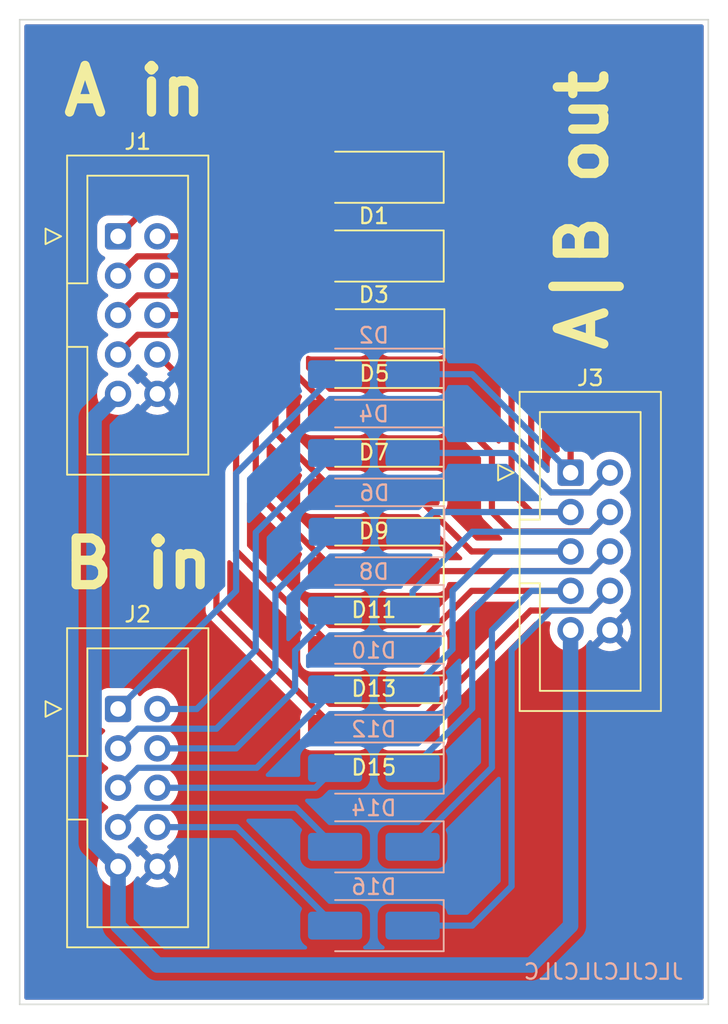
<source format=kicad_pcb>
(kicad_pcb (version 20221018) (generator pcbnew)
  (layers (0 "F.Cu" signal) (31 "B.Cu" signal) (34 "B.Paste" user) (35 "F.Paste" user) (36 "B.SilkS" user "B.Silkscreen") (37 "F.SilkS" user "F.Silkscreen") (38 "B.Mask" user) (39 "F.Mask" user) (44 "Edge.Cuts" user))
  (net 0 "")
  (net 1 "Net-(D1-K)")
  (net 2 "Net-(D1-A)")
  (net 3 "Net-(D2-A)")
  (net 4 "Net-(D3-K)")
  (net 5 "Net-(D3-A)")
  (net 6 "Net-(D4-A)")
  (net 7 "Net-(D5-K)")
  (net 8 "Net-(D5-A)")
  (net 9 "Net-(D6-A)")
  (net 10 "Net-(D7-K)")
  (net 11 "Net-(D7-A)")
  (net 12 "Net-(D8-A)")
  (net 13 "Net-(D10-K)")
  (net 14 "Net-(D9-A)")
  (net 15 "VCC")
  (net 16 "GND")
  (net 17 "Net-(D10-A)")
  (net 18 "Net-(D11-K)")
  (net 19 "Net-(D11-A)")
  (net 20 "Net-(D12-A)")
  (net 21 "Net-(D13-K)")
  (net 22 "Net-(D13-A)")
  (net 23 "Net-(D14-A)")
  (net 24 "Net-(D15-K)")
  (net 25 "Net-(D15-A)")
  (net 26 "Net-(D16-A)")
  (footprint "Connector_IDC:IDC-Header_2x05_P2.54mm_Vertical" (layer "F.Cu") (at 143.51 92.71)
    (fp_text reference "J3" (at 1.27 -6.1) (layer "F.SilkS"))
    (fp_text value "BHR-10-VUA")
    (fp_line (start -4.68 -0.5) (end -4.68 0.5) (stroke (width 0.12)) (layer "F.SilkS"))
    (fp_line (start -4.68 0.5) (end -3.68 0) (stroke (width 0.12)) (layer "F.SilkS"))
    (fp_line (start -3.68 0) (end -4.68 -0.5) (stroke (width 0.12)) (layer "F.SilkS"))
    (fp_line (start -3.29 -5.21) (end 5.83 -5.21) (stroke (width 0.12)) (layer "F.SilkS"))
    (fp_line (start -3.29 3.03) (end -1.98 3.03) (stroke (width 0.12)) (layer "F.SilkS"))
    (fp_line (start -3.29 15.37) (end -3.29 -5.21) (stroke (width 0.12)) (layer "F.SilkS"))
    (fp_line (start -1.98 -3.91) (end 4.52 -3.91) (stroke (width 0.12)) (layer "F.SilkS"))
    (fp_line (start -1.98 3.03) (end -1.98 -3.91) (stroke (width 0.12)) (layer "F.SilkS"))
    (fp_line (start -1.98 7.13) (end -3.29 7.13) (stroke (width 0.12)) (layer "F.SilkS"))
    (fp_line (start -1.98 7.13) (end -1.98 7.13) (stroke (width 0.12)) (layer "F.SilkS"))
    (fp_line (start -1.98 14.07) (end -1.98 7.13) (stroke (width 0.12)) (layer "F.SilkS"))
    (fp_line (start 4.52 -3.91) (end 4.52 14.07) (stroke (width 0.12)) (layer "F.SilkS"))
    (fp_line (start 4.52 14.07) (end -1.98 14.07) (stroke (width 0.12)) (layer "F.SilkS"))
    (fp_line (start 5.83 -5.21) (end 5.83 15.37) (stroke (width 0.12)) (layer "F.SilkS"))
    (fp_line (start 5.83 15.37) (end -3.29 15.37) (stroke (width 0.12)) (layer "F.SilkS"))
    (pad "1" thru_hole roundrect (at 0 0) (size 1.7 1.7) (drill 1) (layers "*.Cu" "*.Mask") (roundrect_rratio 0.147059) (net 1 "Net-(D1-K)"))
    (pad "2" thru_hole circle (at 2.54 0) (size 1.7 1.7) (drill 1) (layers "*.Cu" "*.Mask") (net 4 "Net-(D3-K)"))
    (pad "3" thru_hole circle (at 0 2.54) (size 1.7 1.7) (drill 1) (layers "*.Cu" "*.Mask") (net 7 "Net-(D5-K)"))
    (pad "4" thru_hole circle (at 2.54 2.54) (size 1.7 1.7) (drill 1) (layers "*.Cu" "*.Mask") (net 10 "Net-(D7-K)"))
    (pad "5" thru_hole circle (at 0 5.08) (size 1.7 1.7) (drill 1) (layers "*.Cu" "*.Mask") (net 13 "Net-(D10-K)"))
    (pad "6" thru_hole circle (at 2.54 5.08) (size 1.7 1.7) (drill 1) (layers "*.Cu" "*.Mask") (net 18 "Net-(D11-K)"))
    (pad "7" thru_hole circle (at 0 7.62) (size 1.7 1.7) (drill 1) (layers "*.Cu" "*.Mask") (net 21 "Net-(D13-K)"))
    (pad "8" thru_hole circle (at 2.54 7.62) (size 1.7 1.7) (drill 1) (layers "*.Cu" "*.Mask") (net 24 "Net-(D15-K)"))
    (pad "9" thru_hole circle (at 0 10.16) (size 1.7 1.7) (drill 1) (layers "*.Cu" "*.Mask") (net 15 "VCC"))
    (pad "10" thru_hole circle (at 2.54 10.16) (size 1.7 1.7) (drill 1) (layers "*.Cu" "*.Mask") (net 16 "GND"))
  )
  (footprint "Connector_IDC:IDC-Header_2x05_P2.54mm_Vertical" (layer "F.Cu") (at 114.3 107.95)
    (fp_text reference "J2" (at 1.27 -6.1) (layer "F.SilkS"))
    (fp_text value "BHR-10-VUA" hide)
    (fp_line (start -4.68 -0.5) (end -4.68 0.5) (stroke (width 0.12)) (layer "F.SilkS"))
    (fp_line (start -4.68 0.5) (end -3.68 0) (stroke (width 0.12)) (layer "F.SilkS"))
    (fp_line (start -3.68 0) (end -4.68 -0.5) (stroke (width 0.12)) (layer "F.SilkS"))
    (fp_line (start -3.29 -5.21) (end 5.83 -5.21) (stroke (width 0.12)) (layer "F.SilkS"))
    (fp_line (start -3.29 3.03) (end -1.98 3.03) (stroke (width 0.12)) (layer "F.SilkS"))
    (fp_line (start -3.29 15.37) (end -3.29 -5.21) (stroke (width 0.12)) (layer "F.SilkS"))
    (fp_line (start -1.98 -3.91) (end 4.52 -3.91) (stroke (width 0.12)) (layer "F.SilkS"))
    (fp_line (start -1.98 3.03) (end -1.98 -3.91) (stroke (width 0.12)) (layer "F.SilkS"))
    (fp_line (start -1.98 7.13) (end -3.29 7.13) (stroke (width 0.12)) (layer "F.SilkS"))
    (fp_line (start -1.98 7.13) (end -1.98 7.13) (stroke (width 0.12)) (layer "F.SilkS"))
    (fp_line (start -1.98 14.07) (end -1.98 7.13) (stroke (width 0.12)) (layer "F.SilkS"))
    (fp_line (start 4.52 -3.91) (end 4.52 14.07) (stroke (width 0.12)) (layer "F.SilkS"))
    (fp_line (start 4.52 14.07) (end -1.98 14.07) (stroke (width 0.12)) (layer "F.SilkS"))
    (fp_line (start 5.83 -5.21) (end 5.83 15.37) (stroke (width 0.12)) (layer "F.SilkS"))
    (fp_line (start 5.83 15.37) (end -3.29 15.37) (stroke (width 0.12)) (layer "F.SilkS"))
    (pad "1" thru_hole roundrect (at 0 0) (size 1.7 1.7) (drill 1) (layers "*.Cu" "*.Mask") (roundrect_rratio 0.147059) (net 3 "Net-(D2-A)"))
    (pad "2" thru_hole circle (at 2.54 0) (size 1.7 1.7) (drill 1) (layers "*.Cu" "*.Mask") (net 6 "Net-(D4-A)"))
    (pad "3" thru_hole circle (at 0 2.54) (size 1.7 1.7) (drill 1) (layers "*.Cu" "*.Mask") (net 9 "Net-(D6-A)"))
    (pad "4" thru_hole circle (at 2.54 2.54) (size 1.7 1.7) (drill 1) (layers "*.Cu" "*.Mask") (net 12 "Net-(D8-A)"))
    (pad "5" thru_hole circle (at 0 5.08) (size 1.7 1.7) (drill 1) (layers "*.Cu" "*.Mask") (net 17 "Net-(D10-A)"))
    (pad "6" thru_hole circle (at 2.54 5.08) (size 1.7 1.7) (drill 1) (layers "*.Cu" "*.Mask") (net 20 "Net-(D12-A)"))
    (pad "7" thru_hole circle (at 0 7.62) (size 1.7 1.7) (drill 1) (layers "*.Cu" "*.Mask") (net 23 "Net-(D14-A)"))
    (pad "8" thru_hole circle (at 2.54 7.62) (size 1.7 1.7) (drill 1) (layers "*.Cu" "*.Mask") (net 26 "Net-(D16-A)"))
    (pad "9" thru_hole circle (at 0 10.16) (size 1.7 1.7) (drill 1) (layers "*.Cu" "*.Mask") (net 15 "VCC"))
    (pad "10" thru_hole circle (at 2.54 10.16) (size 1.7 1.7) (drill 1) (layers "*.Cu" "*.Mask") (net 16 "GND"))
  )
  (footprint "Diode_SMD:D_SMA_Handsoldering" (layer "F.Cu") (at 130.85 83.82 180)
    (fp_text reference "D5" (at 0 -2.5) (layer "F.SilkS"))
    (fp_text value "~")
    (fp_line (start -4.51 -1.65) (end -4.51 1.65) (stroke (width 0.12)) (layer "F.SilkS"))
    (fp_line (start -4.51 -1.65) (end 2.5 -1.65) (stroke (width 0.12)) (layer "F.SilkS"))
    (fp_line (start -4.51 1.65) (end 2.5 1.65) (stroke (width 0.12)) (layer "F.SilkS"))
    (pad "1" smd roundrect (at -2.5 0 180) (size 3.5 1.8) (layers "F.Cu" "F.Paste" "F.Mask") (roundrect_rratio 0.1388888889) (net 7 "Net-(D5-K)"))
    (pad "2" smd roundrect (at 2.5 0 180) (size 3.5 1.8) (layers "F.Cu" "F.Paste" "F.Mask") (roundrect_rratio 0.1388888889) (net 8 "Net-(D5-A)"))
  )
  (footprint "Diode_SMD:D_SMA_Handsoldering" (layer "F.Cu") (at 130.81 99.06 180)
    (fp_text reference "D11" (at 0 -2.5) (layer "F.SilkS"))
    (fp_text value "~")
    (fp_line (start -4.51 -1.65) (end -4.51 1.65) (stroke (width 0.12)) (layer "F.SilkS"))
    (fp_line (start -4.51 -1.65) (end 2.5 -1.65) (stroke (width 0.12)) (layer "F.SilkS"))
    (fp_line (start -4.51 1.65) (end 2.5 1.65) (stroke (width 0.12)) (layer "F.SilkS"))
    (pad "1" smd roundrect (at -2.5 0 180) (size 3.5 1.8) (layers "F.Cu" "F.Paste" "F.Mask") (roundrect_rratio 0.1388888889) (net 18 "Net-(D11-K)"))
    (pad "2" smd roundrect (at 2.5 0 180) (size 3.5 1.8) (layers "F.Cu" "F.Paste" "F.Mask") (roundrect_rratio 0.1388888889) (net 19 "Net-(D11-A)"))
  )
  (footprint "Diode_SMD:D_SMA_Handsoldering" (layer "F.Cu") (at 130.81 109.22 180)
    (fp_text reference "D15" (at 0 -2.5) (layer "F.SilkS"))
    (fp_text value "~")
    (fp_line (start -4.51 -1.65) (end -4.51 1.65) (stroke (width 0.12)) (layer "F.SilkS"))
    (fp_line (start -4.51 -1.65) (end 2.5 -1.65) (stroke (width 0.12)) (layer "F.SilkS"))
    (fp_line (start -4.51 1.65) (end 2.5 1.65) (stroke (width 0.12)) (layer "F.SilkS"))
    (pad "1" smd roundrect (at -2.5 0 180) (size 3.5 1.8) (layers "F.Cu" "F.Paste" "F.Mask") (roundrect_rratio 0.1388888889) (net 24 "Net-(D15-K)"))
    (pad "2" smd roundrect (at 2.5 0 180) (size 3.5 1.8) (layers "F.Cu" "F.Paste" "F.Mask") (roundrect_rratio 0.1388888889) (net 25 "Net-(D15-A)"))
  )
  (footprint "Diode_SMD:D_SMA_Handsoldering" (layer "F.Cu") (at 130.81 78.74 180)
    (fp_text reference "D3" (at 0 -2.5) (layer "F.SilkS"))
    (fp_text value "~")
    (fp_line (start -4.51 -1.65) (end -4.51 1.65) (stroke (width 0.12)) (layer "F.SilkS"))
    (fp_line (start -4.51 -1.65) (end 2.5 -1.65) (stroke (width 0.12)) (layer "F.SilkS"))
    (fp_line (start -4.51 1.65) (end 2.5 1.65) (stroke (width 0.12)) (layer "F.SilkS"))
    (pad "1" smd roundrect (at -2.5 0 180) (size 3.5 1.8) (layers "F.Cu" "F.Paste" "F.Mask") (roundrect_rratio 0.1388888889) (net 4 "Net-(D3-K)"))
    (pad "2" smd roundrect (at 2.5 0 180) (size 3.5 1.8) (layers "F.Cu" "F.Paste" "F.Mask") (roundrect_rratio 0.1388888889) (net 5 "Net-(D3-A)"))
  )
  (footprint "Connector_IDC:IDC-Header_2x05_P2.54mm_Vertical" (layer "F.Cu") (at 114.3 77.47)
    (fp_text reference "J1" (at 1.27 -6.1) (layer "F.SilkS"))
    (fp_text value "BHR-10-VUA" hide)
    (fp_line (start -4.68 -0.5) (end -4.68 0.5) (stroke (width 0.12)) (layer "F.SilkS"))
    (fp_line (start -4.68 0.5) (end -3.68 0) (stroke (width 0.12)) (layer "F.SilkS"))
    (fp_line (start -3.68 0) (end -4.68 -0.5) (stroke (width 0.12)) (layer "F.SilkS"))
    (fp_line (start -3.29 -5.21) (end 5.83 -5.21) (stroke (width 0.12)) (layer "F.SilkS"))
    (fp_line (start -3.29 3.03) (end -1.98 3.03) (stroke (width 0.12)) (layer "F.SilkS"))
    (fp_line (start -3.29 15.37) (end -3.29 -5.21) (stroke (width 0.12)) (layer "F.SilkS"))
    (fp_line (start -1.98 -3.91) (end 4.52 -3.91) (stroke (width 0.12)) (layer "F.SilkS"))
    (fp_line (start -1.98 3.03) (end -1.98 -3.91) (stroke (width 0.12)) (layer "F.SilkS"))
    (fp_line (start -1.98 7.13) (end -3.29 7.13) (stroke (width 0.12)) (layer "F.SilkS"))
    (fp_line (start -1.98 7.13) (end -1.98 7.13) (stroke (width 0.12)) (layer "F.SilkS"))
    (fp_line (start -1.98 14.07) (end -1.98 7.13) (stroke (width 0.12)) (layer "F.SilkS"))
    (fp_line (start 4.52 -3.91) (end 4.52 14.07) (stroke (width 0.12)) (layer "F.SilkS"))
    (fp_line (start 4.52 14.07) (end -1.98 14.07) (stroke (width 0.12)) (layer "F.SilkS"))
    (fp_line (start 5.83 -5.21) (end 5.83 15.37) (stroke (width 0.12)) (layer "F.SilkS"))
    (fp_line (start 5.83 15.37) (end -3.29 15.37) (stroke (width 0.12)) (layer "F.SilkS"))
    (pad "1" thru_hole roundrect (at 0 0) (size 1.7 1.7) (drill 1) (layers "*.Cu" "*.Mask") (roundrect_rratio 0.147059) (net 2 "Net-(D1-A)"))
    (pad "2" thru_hole circle (at 2.54 0) (size 1.7 1.7) (drill 1) (layers "*.Cu" "*.Mask") (net 5 "Net-(D3-A)"))
    (pad "3" thru_hole circle (at 0 2.54) (size 1.7 1.7) (drill 1) (layers "*.Cu" "*.Mask") (net 8 "Net-(D5-A)"))
    (pad "4" thru_hole circle (at 2.54 2.54) (size 1.7 1.7) (drill 1) (layers "*.Cu" "*.Mask") (net 11 "Net-(D7-A)"))
    (pad "5" thru_hole circle (at 0 5.08) (size 1.7 1.7) (drill 1) (layers "*.Cu" "*.Mask") (net 14 "Net-(D9-A)"))
    (pad "6" thru_hole circle (at 2.54 5.08) (size 1.7 1.7) (drill 1) (layers "*.Cu" "*.Mask") (net 19 "Net-(D11-A)"))
    (pad "7" thru_hole circle (at 0 7.62) (size 1.7 1.7) (drill 1) (layers "*.Cu" "*.Mask") (net 22 "Net-(D13-A)"))
    (pad "8" thru_hole circle (at 2.54 7.62) (size 1.7 1.7) (drill 1) (layers "*.Cu" "*.Mask") (net 25 "Net-(D15-A)"))
    (pad "9" thru_hole circle (at 0 10.16) (size 1.7 1.7) (drill 1) (layers "*.Cu" "*.Mask") (net 15 "VCC"))
    (pad "10" thru_hole circle (at 2.54 10.16) (size 1.7 1.7) (drill 1) (layers "*.Cu" "*.Mask") (net 16 "GND"))
  )
  (footprint "Diode_SMD:D_SMA_Handsoldering" (layer "F.Cu") (at 130.81 73.66 180)
    (fp_text reference "D1" (at 0 -2.5) (layer "F.SilkS"))
    (fp_text value "~")
    (fp_line (start -4.51 -1.65) (end -4.51 1.65) (stroke (width 0.12)) (layer "F.SilkS"))
    (fp_line (start -4.51 -1.65) (end 2.5 -1.65) (stroke (width 0.12)) (layer "F.SilkS"))
    (fp_line (start -4.51 1.65) (end 2.5 1.65) (stroke (width 0.12)) (layer "F.SilkS"))
    (pad "1" smd roundrect (at -2.5 0 180) (size 3.5 1.8) (layers "F.Cu" "F.Paste" "F.Mask") (roundrect_rratio 0.1388888889) (net 1 "Net-(D1-K)"))
    (pad "2" smd roundrect (at 2.5 0 180) (size 3.5 1.8) (layers "F.Cu" "F.Paste" "F.Mask") (roundrect_rratio 0.1388888889) (net 2 "Net-(D1-A)"))
  )
  (footprint "Diode_SMD:D_SMA_Handsoldering" (layer "F.Cu") (at 130.81 104.14 180)
    (fp_text reference "D13" (at 0 -2.5) (layer "F.SilkS"))
    (fp_text value "~")
    (fp_line (start -4.51 -1.65) (end -4.51 1.65) (stroke (width 0.12)) (layer "F.SilkS"))
    (fp_line (start -4.51 -1.65) (end 2.5 -1.65) (stroke (width 0.12)) (layer "F.SilkS"))
    (fp_line (start -4.51 1.65) (end 2.5 1.65) (stroke (width 0.12)) (layer "F.SilkS"))
    (pad "1" smd roundrect (at -2.5 0 180) (size 3.5 1.8) (layers "F.Cu" "F.Paste" "F.Mask") (roundrect_rratio 0.1388888889) (net 21 "Net-(D13-K)"))
    (pad "2" smd roundrect (at 2.5 0 180) (size 3.5 1.8) (layers "F.Cu" "F.Paste" "F.Mask") (roundrect_rratio 0.1388888889) (net 22 "Net-(D13-A)"))
  )
  (footprint "Diode_SMD:D_SMA_Handsoldering" (layer "F.Cu") (at 130.81 93.98 180)
    (fp_text reference "D9" (at 0 -2.5) (layer "F.SilkS"))
    (fp_text value "~")
    (fp_line (start -4.51 -1.65) (end -4.51 1.65) (stroke (width 0.12)) (layer "F.SilkS"))
    (fp_line (start -4.51 -1.65) (end 2.5 -1.65) (stroke (width 0.12)) (layer "F.SilkS"))
    (fp_line (start -4.51 1.65) (end 2.5 1.65) (stroke (width 0.12)) (layer "F.SilkS"))
    (pad "1" smd roundrect (at -2.5 0 180) (size 3.5 1.8) (layers "F.Cu" "F.Paste" "F.Mask") (roundrect_rratio 0.1388888889) (net 13 "Net-(D10-K)"))
    (pad "2" smd roundrect (at 2.5 0 180) (size 3.5 1.8) (layers "F.Cu" "F.Paste" "F.Mask") (roundrect_rratio 0.1388888889) (net 14 "Net-(D9-A)"))
  )
  (footprint "Diode_SMD:D_SMA_Handsoldering" (layer "F.Cu") (at 130.81 88.9 180)
    (fp_text reference "D7" (at 0 -2.5) (layer "F.SilkS"))
    (fp_text value "~")
    (fp_line (start -4.51 -1.65) (end -4.51 1.65) (stroke (width 0.12)) (layer "F.SilkS"))
    (fp_line (start -4.51 -1.65) (end 2.5 -1.65) (stroke (width 0.12)) (layer "F.SilkS"))
    (fp_line (start -4.51 1.65) (end 2.5 1.65) (stroke (width 0.12)) (layer "F.SilkS"))
    (pad "1" smd roundrect (at -2.5 0 180) (size 3.5 1.8) (layers "F.Cu" "F.Paste" "F.Mask") (roundrect_rratio 0.1388888889) (net 10 "Net-(D7-K)"))
    (pad "2" smd roundrect (at 2.5 0 180) (size 3.5 1.8) (layers "F.Cu" "F.Paste" "F.Mask") (roundrect_rratio 0.1388888889) (net 11 "Net-(D7-A)"))
  )
  (footprint "Diode_SMD:D_SMA_Handsoldering" (layer "B.Cu") (at 130.81 86.36 180)
    (fp_text reference "D2" (at 0 2.5) (layer "B.SilkS") (effects (justify mirror)))
    (fp_text value "~")
    (fp_line (start -4.51 -1.65) (end 2.5 -1.65) (stroke (width 0.12)) (layer "B.SilkS"))
    (fp_line (start -4.51 1.65) (end -4.51 -1.65) (stroke (width 0.12)) (layer "B.SilkS"))
    (fp_line (start -4.51 1.65) (end 2.5 1.65) (stroke (width 0.12)) (layer "B.SilkS"))
    (pad "1" smd roundrect (at -2.5 0 180) (size 3.5 1.8) (layers "B.Cu" "B.Paste" "B.Mask") (roundrect_rratio 0.1388888889) (net 1 "Net-(D1-K)"))
    (pad "2" smd roundrect (at 2.5 0 180) (size 3.5 1.8) (layers "B.Cu" "B.Paste" "B.Mask") (roundrect_rratio 0.1388888889) (net 3 "Net-(D2-A)"))
  )
  (footprint "Diode_SMD:D_SMA_Handsoldering" (layer "B.Cu") (at 130.81 101.6 180)
    (fp_text reference "D8" (at 0 2.5) (layer "B.SilkS") (effects (justify mirror)))
    (fp_text value "~")
    (fp_line (start -4.51 -1.65) (end 2.5 -1.65) (stroke (width 0.12)) (layer "B.SilkS"))
    (fp_line (start -4.51 1.65) (end -4.51 -1.65) (stroke (width 0.12)) (layer "B.SilkS"))
    (fp_line (start -4.51 1.65) (end 2.5 1.65) (stroke (width 0.12)) (layer "B.SilkS"))
    (pad "1" smd roundrect (at -2.5 0 180) (size 3.5 1.8) (layers "B.Cu" "B.Paste" "B.Mask") (roundrect_rratio 0.1388888889) (net 10 "Net-(D7-K)"))
    (pad "2" smd roundrect (at 2.5 0 180) (size 3.5 1.8) (layers "B.Cu" "B.Paste" "B.Mask") (roundrect_rratio 0.1388888889) (net 12 "Net-(D8-A)"))
  )
  (footprint "Diode_SMD:D_SMA_Handsoldering" (layer "B.Cu") (at 130.81 91.44 180)
    (fp_text reference "D4" (at 0 2.5) (layer "B.SilkS") (effects (justify mirror)))
    (fp_text value "~")
    (fp_line (start -4.51 -1.65) (end 2.5 -1.65) (stroke (width 0.12)) (layer "B.SilkS"))
    (fp_line (start -4.51 1.65) (end -4.51 -1.65) (stroke (width 0.12)) (layer "B.SilkS"))
    (fp_line (start -4.51 1.65) (end 2.5 1.65) (stroke (width 0.12)) (layer "B.SilkS"))
    (pad "1" smd roundrect (at -2.5 0 180) (size 3.5 1.8) (layers "B.Cu" "B.Paste" "B.Mask") (roundrect_rratio 0.1388888889) (net 4 "Net-(D3-K)"))
    (pad "2" smd roundrect (at 2.5 0 180) (size 3.5 1.8) (layers "B.Cu" "B.Paste" "B.Mask") (roundrect_rratio 0.1388888889) (net 6 "Net-(D4-A)"))
  )
  (footprint "Diode_SMD:D_SMA_Handsoldering" (layer "B.Cu") (at 130.81 121.92 180)
    (fp_text reference "D16" (at 0 2.5) (layer "B.SilkS") (effects (justify mirror)))
    (fp_text value "~")
    (fp_line (start -4.51 -1.65) (end 2.5 -1.65) (stroke (width 0.12)) (layer "B.SilkS"))
    (fp_line (start -4.51 1.65) (end -4.51 -1.65) (stroke (width 0.12)) (layer "B.SilkS"))
    (fp_line (start -4.51 1.65) (end 2.5 1.65) (stroke (width 0.12)) (layer "B.SilkS"))
    (pad "1" smd roundrect (at -2.5 0 180) (size 3.5 1.8) (layers "B.Cu" "B.Paste" "B.Mask") (roundrect_rratio 0.1388888889) (net 24 "Net-(D15-K)"))
    (pad "2" smd roundrect (at 2.5 0 180) (size 3.5 1.8) (layers "B.Cu" "B.Paste" "B.Mask") (roundrect_rratio 0.1388888889) (net 26 "Net-(D16-A)"))
  )
  (footprint "Diode_SMD:D_SMA_Handsoldering" (layer "B.Cu") (at 130.81 116.84 180)
    (fp_text reference "D14" (at 0 2.5) (layer "B.SilkS") (effects (justify mirror)))
    (fp_text value "~")
    (fp_line (start -4.51 -1.65) (end 2.5 -1.65) (stroke (width 0.12)) (layer "B.SilkS"))
    (fp_line (start -4.51 1.65) (end -4.51 -1.65) (stroke (width 0.12)) (layer "B.SilkS"))
    (fp_line (start -4.51 1.65) (end 2.5 1.65) (stroke (width 0.12)) (layer "B.SilkS"))
    (pad "1" smd roundrect (at -2.5 0 180) (size 3.5 1.8) (layers "B.Cu" "B.Paste" "B.Mask") (roundrect_rratio 0.1388888889) (net 21 "Net-(D13-K)"))
    (pad "2" smd roundrect (at 2.5 0 180) (size 3.5 1.8) (layers "B.Cu" "B.Paste" "B.Mask") (roundrect_rratio 0.1388888889) (net 23 "Net-(D14-A)"))
  )
  (footprint "Diode_SMD:D_SMA_Handsoldering" (layer "B.Cu") (at 130.85 96.52 180)
    (fp_text reference "D6" (at 0 2.5) (layer "B.SilkS") (effects (justify mirror)))
    (fp_text value "~")
    (fp_line (start -4.51 -1.65) (end 2.5 -1.65) (stroke (width 0.12)) (layer "B.SilkS"))
    (fp_line (start -4.51 1.65) (end -4.51 -1.65) (stroke (width 0.12)) (layer "B.SilkS"))
    (fp_line (start -4.51 1.65) (end 2.5 1.65) (stroke (width 0.12)) (layer "B.SilkS"))
    (pad "1" smd roundrect (at -2.5 0 180) (size 3.5 1.8) (layers "B.Cu" "B.Paste" "B.Mask") (roundrect_rratio 0.1388888889) (net 7 "Net-(D5-K)"))
    (pad "2" smd roundrect (at 2.5 0 180) (size 3.5 1.8) (layers "B.Cu" "B.Paste" "B.Mask") (roundrect_rratio 0.1388888889) (net 9 "Net-(D6-A)"))
  )
  (footprint "Diode_SMD:D_SMA_Handsoldering" (layer "B.Cu") (at 130.81 106.68 180)
    (fp_text reference "D10" (at 0 2.5) (layer "B.SilkS") (effects (justify mirror)))
    (fp_text value "~")
    (fp_line (start -4.51 -1.65) (end 2.5 -1.65) (stroke (width 0.12)) (layer "B.SilkS"))
    (fp_line (start -4.51 1.65) (end -4.51 -1.65) (stroke (width 0.12)) (layer "B.SilkS"))
    (fp_line (start -4.51 1.65) (end 2.5 1.65) (stroke (width 0.12)) (layer "B.SilkS"))
    (pad "1" smd roundrect (at -2.5 0 180) (size 3.5 1.8) (layers "B.Cu" "B.Paste" "B.Mask") (roundrect_rratio 0.1388888889) (net 13 "Net-(D10-K)"))
    (pad "2" smd roundrect (at 2.5 0 180) (size 3.5 1.8) (layers "B.Cu" "B.Paste" "B.Mask") (roundrect_rratio 0.1388888889) (net 17 "Net-(D10-A)"))
  )
  (footprint "Diode_SMD:D_SMA_Handsoldering" (layer "B.Cu") (at 130.81 111.76 180)
    (fp_text reference "D12" (at 0 2.5) (layer "B.SilkS") (effects (justify mirror)))
    (fp_text value "~")
    (fp_line (start -4.51 -1.65) (end 2.5 -1.65) (stroke (width 0.12)) (layer "B.SilkS"))
    (fp_line (start -4.51 1.65) (end -4.51 -1.65) (stroke (width 0.12)) (layer "B.SilkS"))
    (fp_line (start -4.51 1.65) (end 2.5 1.65) (stroke (width 0.12)) (layer "B.SilkS"))
    (pad "1" smd roundrect (at -2.5 0 180) (size 3.5 1.8) (layers "B.Cu" "B.Paste" "B.Mask") (roundrect_rratio 0.1388888889) (net 18 "Net-(D11-K)"))
    (pad "2" smd roundrect (at 2.5 0 180) (size 3.5 1.8) (layers "B.Cu" "B.Paste" "B.Mask") (roundrect_rratio 0.1388888889) (net 20 "Net-(D12-A)"))
  )
  (gr_line (start 152.4 127) (end 107.95 127) (stroke (width 0.1)) (layer "Edge.Cuts"))
  (gr_line (start 107.95 63.5) (end 152.4 63.5) (stroke (width 0.1)) (layer "Edge.Cuts"))
  (gr_line (start 107.95 127) (end 107.95 63.5) (stroke (width 0.1)) (layer "Edge.Cuts"))
  (gr_line (start 152.4 63.5) (end 152.4 127) (stroke (width 0.1)) (layer "Edge.Cuts"))
  (gr_text "JLCJLCJLCJLC" (at 150.876 125.476) (layer "B.SilkS") (effects (font (size 1 1)) (justify left bottom mirror)))
  (gr_text "A in" (at 110.49 69.85) (layer "F.SilkS") (effects (font (size 3 3) (thickness 0.6) bold) (justify left bottom)))
  (gr_text "B in" (at 110.49 100.33) (layer "F.SilkS") (effects (font (size 3 3) (thickness 0.6) bold) (justify left bottom)))
  (gr_text "A|B out" (at 146.05 85.09 90) (layer "F.SilkS") (effects (font (size 3 3) (thickness 0.6) bold) (justify left bottom)))
  (segment (start 143.51 76.2) (end 143.51 92.71) (width 0.4) (layer "F.Cu") (net 1))
  (segment (start 133.31 73.66) (end 140.97 73.66) (width 0.4) (layer "F.Cu") (net 1))
  (segment (start 140.97 73.66) (end 143.51 76.2) (width 0.4) (layer "F.Cu") (net 1))
  (segment (start 137.16 86.36) (end 143.51 92.71) (width 0.4) (layer "B.Cu") (net 1))
  (segment (start 133.31 86.36) (end 137.16 86.36) (width 0.4) (layer "B.Cu") (net 1))
  (segment (start 114.3 77.47) (end 118.11 73.66) (width 0.4) (layer "F.Cu") (net 2))
  (segment (start 118.11 73.66) (end 128.31 73.66) (width 0.4) (layer "F.Cu") (net 2))
  (segment (start 114.3 107.95) (end 121.92 100.33) (width 0.4) (layer "B.Cu") (net 3))
  (segment (start 121.92 92.75) (end 128.31 86.36) (width 0.4) (layer "B.Cu") (net 3))
  (segment (start 121.92 100.33) (end 121.92 92.75) (width 0.4) (layer "B.Cu") (net 3))
  (segment (start 133.31 78.74) (end 138.43 78.74) (width 0.4) (layer "F.Cu") (net 4))
  (segment (start 140.97 92.71) (end 142.24 93.98) (width 0.4) (layer "F.Cu") (net 4))
  (segment (start 144.78 93.98) (end 146.05 92.71) (width 0.4) (layer "F.Cu") (net 4))
  (segment (start 142.24 93.98) (end 144.78 93.98) (width 0.4) (layer "F.Cu") (net 4))
  (segment (start 140.97 81.28) (end 140.97 92.71) (width 0.4) (layer "F.Cu") (net 4))
  (segment (start 138.43 78.74) (end 140.97 81.28) (width 0.4) (layer "F.Cu") (net 4))
  (segment (start 142.24 93.98) (end 144.78 93.98) (width 0.4) (layer "B.Cu") (net 4))
  (segment (start 144.78 93.98) (end 146.05 92.71) (width 0.4) (layer "B.Cu") (net 4))
  (segment (start 133.31 91.44) (end 139.7 91.44) (width 0.4) (layer "B.Cu") (net 4))
  (segment (start 139.7 91.44) (end 142.24 93.98) (width 0.4) (layer "B.Cu") (net 4))
  (segment (start 127.04 77.47) (end 128.31 78.74) (width 0.4) (layer "F.Cu") (net 5))
  (segment (start 116.84 77.47) (end 127.04 77.47) (width 0.4) (layer "F.Cu") (net 5))
  (segment (start 119.38 107.95) (end 123.19 104.14) (width 0.4) (layer "B.Cu") (net 6))
  (segment (start 123.19 96.56) (end 128.31 91.44) (width 0.4) (layer "B.Cu") (net 6))
  (segment (start 123.19 104.14) (end 123.19 96.56) (width 0.4) (layer "B.Cu") (net 6))
  (segment (start 116.84 107.95) (end 119.38 107.95) (width 0.4) (layer "B.Cu") (net 6))
  (segment (start 133.35 83.82) (end 137.16 83.82) (width 0.4) (layer "F.Cu") (net 7))
  (segment (start 137.16 83.82) (end 139.7 86.36) (width 0.4) (layer "F.Cu") (net 7))
  (segment (start 139.7 86.36) (end 139.7 93.98) (width 0.4) (layer "F.Cu") (net 7))
  (segment (start 139.7 93.98) (end 140.97 95.25) (width 0.4) (layer "F.Cu") (net 7))
  (segment (start 140.97 95.25) (end 143.51 95.25) (width 0.4) (layer "F.Cu") (net 7))
  (segment (start 134.62 95.25) (end 143.51 95.25) (width 0.4) (layer "B.Cu") (net 7))
  (segment (start 133.35 96.52) (end 134.62 95.25) (width 0.4) (layer "B.Cu") (net 7))
  (segment (start 125.81 81.28) (end 128.35 83.82) (width 0.4) (layer "F.Cu") (net 8))
  (segment (start 125.73 81.28) (end 125.81 81.28) (width 0.4) (layer "F.Cu") (net 8))
  (segment (start 115.55 78.76) (end 123.21 78.76) (width 0.4) (layer "F.Cu") (net 8))
  (segment (start 123.21 78.76) (end 125.73 81.28) (width 0.4) (layer "F.Cu") (net 8))
  (segment (start 114.3 80.01) (end 115.55 78.76) (width 0.4) (layer "F.Cu") (net 8))
  (segment (start 114.3 110.49) (end 115.57 109.22) (width 0.4) (layer "B.Cu") (net 9))
  (segment (start 115.57 109.22) (end 120.65 109.22) (width 0.4) (layer "B.Cu") (net 9))
  (segment (start 120.65 109.22) (end 124.46 105.41) (width 0.4) (layer "B.Cu") (net 9))
  (segment (start 124.46 100.41) (end 128.35 96.52) (width 0.4) (layer "B.Cu") (net 9))
  (segment (start 124.46 105.41) (end 124.46 100.41) (width 0.4) (layer "B.Cu") (net 9))
  (segment (start 133.31 88.9) (end 135.89 88.9) (width 0.4) (layer "F.Cu") (net 10))
  (segment (start 135.89 88.9) (end 138.43 91.44) (width 0.4) (layer "F.Cu") (net 10))
  (segment (start 139.68 96.5) (end 144.8 96.5) (width 0.4) (layer "F.Cu") (net 10))
  (segment (start 138.43 95.25) (end 139.68 96.5) (width 0.4) (layer "F.Cu") (net 10))
  (segment (start 144.8 96.5) (end 146.05 95.25) (width 0.4) (layer "F.Cu") (net 10))
  (segment (start 138.43 91.44) (end 138.43 95.25) (width 0.4) (layer "F.Cu") (net 10))
  (segment (start 133.31 100.37) (end 133.31 101.6) (width 0.4) (layer "B.Cu") (net 10))
  (segment (start 137.16 96.52) (end 133.31 100.37) (width 0.4) (layer "B.Cu") (net 10))
  (segment (start 146.05 95.25) (end 144.78 96.52) (width 0.4) (layer "B.Cu") (net 10))
  (segment (start 144.78 96.52) (end 137.16 96.52) (width 0.4) (layer "B.Cu") (net 10))
  (segment (start 125.73 83.82) (end 125.73 86.32) (width 0.4) (layer "F.Cu") (net 11))
  (segment (start 121.92 80.01) (end 125.73 83.82) (width 0.4) (layer "F.Cu") (net 11))
  (segment (start 116.84 80.01) (end 121.92 80.01) (width 0.4) (layer "F.Cu") (net 11))
  (segment (start 125.73 86.32) (end 128.31 88.9) (width 0.4) (layer "F.Cu") (net 11))
  (segment (start 121.92 110.49) (end 125.73 106.68) (width 0.4) (layer "B.Cu") (net 12))
  (segment (start 125.73 106.68) (end 125.73 104.18) (width 0.4) (layer "B.Cu") (net 12))
  (segment (start 125.73 104.18) (end 128.31 101.6) (width 0.4) (layer "B.Cu") (net 12))
  (segment (start 116.84 110.49) (end 121.92 110.49) (width 0.4) (layer "B.Cu") (net 12))
  (segment (start 133.31 93.98) (end 137.12 97.79) (width 0.4) (layer "F.Cu") (net 13))
  (segment (start 137.12 97.79) (end 143.51 97.79) (width 0.4) (layer "F.Cu") (net 13))
  (segment (start 135.89 100.33) (end 135.89 104.1) (width 0.4) (layer "B.Cu") (net 13))
  (segment (start 135.89 104.1) (end 133.31 106.68) (width 0.4) (layer "B.Cu") (net 13))
  (segment (start 138.43 97.79) (end 135.89 100.33) (width 0.4) (layer "B.Cu") (net 13))
  (segment (start 143.51 97.79) (end 138.43 97.79) (width 0.4) (layer "B.Cu") (net 13))
  (segment (start 124.46 90.13) (end 128.31 93.98) (width 0.4) (layer "F.Cu") (net 14))
  (segment (start 120.65 81.28) (end 124.46 85.09) (width 0.4) (layer "F.Cu") (net 14))
  (segment (start 115.57 81.28) (end 120.65 81.28) (width 0.4) (layer "F.Cu") (net 14))
  (segment (start 114.3 82.55) (end 115.57 81.28) (width 0.4) (layer "F.Cu") (net 14))
  (segment (start 124.46 85.09) (end 124.46 90.13) (width 0.4) (layer "F.Cu") (net 14))
  (segment (start 112.75 89.18) (end 112.75 116.56) (width 1) (layer "B.Cu") (net 15))
  (segment (start 114.3 87.63) (end 112.75 89.18) (width 1) (layer "B.Cu") (net 15))
  (segment (start 140.97 124.46) (end 143.51 121.92) (width 1) (layer "B.Cu") (net 15))
  (segment (start 112.75 116.56) (end 114.3 118.11) (width 1) (layer "B.Cu") (net 15))
  (segment (start 143.51 121.92) (end 143.51 102.87) (width 1) (layer "B.Cu") (net 15))
  (segment (start 114.3 121.92) (end 116.84 124.46) (width 1) (layer "B.Cu") (net 15))
  (segment (start 114.3 118.11) (end 114.3 121.92) (width 1) (layer "B.Cu") (net 15))
  (segment (start 116.84 124.46) (end 140.97 124.46) (width 1) (layer "B.Cu") (net 15))
  (segment (start 115.59 111.74) (end 123.25 111.74) (width 0.4) (layer "B.Cu") (net 17))
  (segment (start 123.25 111.74) (end 128.31 106.68) (width 0.4) (layer "B.Cu") (net 17))
  (segment (start 114.3 113.03) (end 115.59 111.74) (width 0.4) (layer "B.Cu") (net 17))
  (segment (start 144.78 99.06) (end 146.05 97.79) (width 0.4) (layer "F.Cu") (net 18))
  (segment (start 133.31 99.06) (end 144.78 99.06) (width 0.4) (layer "F.Cu") (net 18))
  (segment (start 144.78 99.06) (end 139.7 99.06) (width 0.4) (layer "B.Cu") (net 18))
  (segment (start 137.16 101.6) (end 137.16 107.91) (width 0.4) (layer "B.Cu") (net 18))
  (segment (start 137.16 107.91) (end 133.31 111.76) (width 0.4) (layer "B.Cu") (net 18))
  (segment (start 146.05 97.79) (end 144.78 99.06) (width 0.4) (layer "B.Cu") (net 18))
  (segment (start 139.7 99.06) (end 137.16 101.6) (width 0.4) (layer "B.Cu") (net 18))
  (segment (start 116.84 82.55) (end 119.38 82.55) (width 0.4) (layer "F.Cu") (net 19))
  (segment (start 123.19 93.94) (end 128.31 99.06) (width 0.4) (layer "F.Cu") (net 19))
  (segment (start 123.19 86.36) (end 123.19 93.94) (width 0.4) (layer "F.Cu") (net 19))
  (segment (start 119.38 82.55) (end 123.19 86.36) (width 0.4) (layer "F.Cu") (net 19))
  (segment (start 116.84 113.03) (end 127.04 113.03) (width 0.4) (layer "B.Cu") (net 20))
  (segment (start 127.04 113.03) (end 128.31 111.76) (width 0.4) (layer "B.Cu") (net 20))
  (segment (start 133.31 104.14) (end 137.12 100.33) (width 0.4) (layer "F.Cu") (net 21))
  (segment (start 137.12 100.33) (end 143.51 100.33) (width 0.4) (layer "F.Cu") (net 21))
  (segment (start 140.97 100.33) (end 138.43 102.87) (width 0.4) (layer "B.Cu") (net 21))
  (segment (start 143.51 100.33) (end 140.97 100.33) (width 0.4) (layer "B.Cu") (net 21))
  (segment (start 138.43 111.72) (end 133.31 116.84) (width 0.4) (layer "B.Cu") (net 21))
  (segment (start 138.43 102.87) (end 138.43 111.72) (width 0.4) (layer "B.Cu") (net 21))
  (segment (start 121.92 97.75) (end 128.31 104.14) (width 0.4) (layer "F.Cu") (net 22))
  (segment (start 115.57 83.82) (end 118.11 83.82) (width 0.4) (layer "F.Cu") (net 22))
  (segment (start 114.3 85.09) (end 115.57 83.82) (width 0.4) (layer "F.Cu") (net 22))
  (segment (start 118.11 83.82) (end 121.92 87.63) (width 0.4) (layer "F.Cu") (net 22))
  (segment (start 121.92 87.63) (end 121.92 97.75) (width 0.4) (layer "F.Cu") (net 22))
  (segment (start 114.3 115.57) (end 115.55 114.32) (width 0.4) (layer "B.Cu") (net 23))
  (segment (start 115.55 114.32) (end 125.79 114.32) (width 0.4) (layer "B.Cu") (net 23))
  (segment (start 125.79 114.32) (end 128.31 116.84) (width 0.4) (layer "B.Cu") (net 23))
  (segment (start 140.93 101.6) (end 144.78 101.6) (width 0.4) (layer "F.Cu") (net 24))
  (segment (start 133.31 109.22) (end 140.93 101.6) (width 0.4) (layer "F.Cu") (net 24))
  (segment (start 144.78 101.6) (end 146.05 100.33) (width 0.4) (layer "F.Cu") (net 24))
  (segment (start 146.05 100.33) (end 144.78 101.6) (width 0.4) (layer "B.Cu") (net 24))
  (segment (start 144.78 101.6) (end 142.24 101.6) (width 0.4) (layer "B.Cu") (net 24))
  (segment (start 139.7 119.38) (end 137.16 121.92) (width 0.4) (layer "B.Cu") (net 24))
  (segment (start 139.7 104.14) (end 139.7 119.38) (width 0.4) (layer "B.Cu") (net 24))
  (segment (start 142.24 101.6) (end 139.7 104.14) (width 0.4) (layer "B.Cu") (net 24))
  (segment (start 137.16 121.92) (end 133.31 121.92) (width 0.4) (layer "B.Cu") (net 24))
  (segment (start 120.65 101.56) (end 128.31 109.22) (width 0.4) (layer "F.Cu") (net 25))
  (segment (start 116.84 85.09) (end 120.65 88.9) (width 0.4) (layer "F.Cu") (net 25))
  (segment (start 120.65 88.9) (end 120.65 101.56) (width 0.4) (layer "F.Cu") (net 25))
  (segment (start 121.96 115.57) (end 128.31 121.92) (width 0.4) (layer "B.Cu") (net 26))
  (segment (start 116.84 115.57) (end 121.96 115.57) (width 0.4) (layer "B.Cu") (net 26))
  (zone (net 16) (net_name "GND") (layer "F.Cu") (connect_pads (clearance 0.5)) (min_thickness 0.25) (fill yes (thermal_gap 0.5) (thermal_bridge_width 0.5))
    (polygon (pts (xy 106.68 62.23) (xy 153.67 62.23) (xy 153.67 128.27) (xy 106.68 128.27)))
  )
  (zone (net 16) (net_name "GND") (layer "B.Cu") (priority 1) (connect_pads (clearance 0.5)) (min_thickness 0.25) (fill yes (thermal_gap 0.5) (thermal_bridge_width 0.5))
    (polygon (pts (xy 106.68 62.23) (xy 153.67 62.23) (xy 153.67 128.27) (xy 106.68 128.27)))
  )
)
</source>
